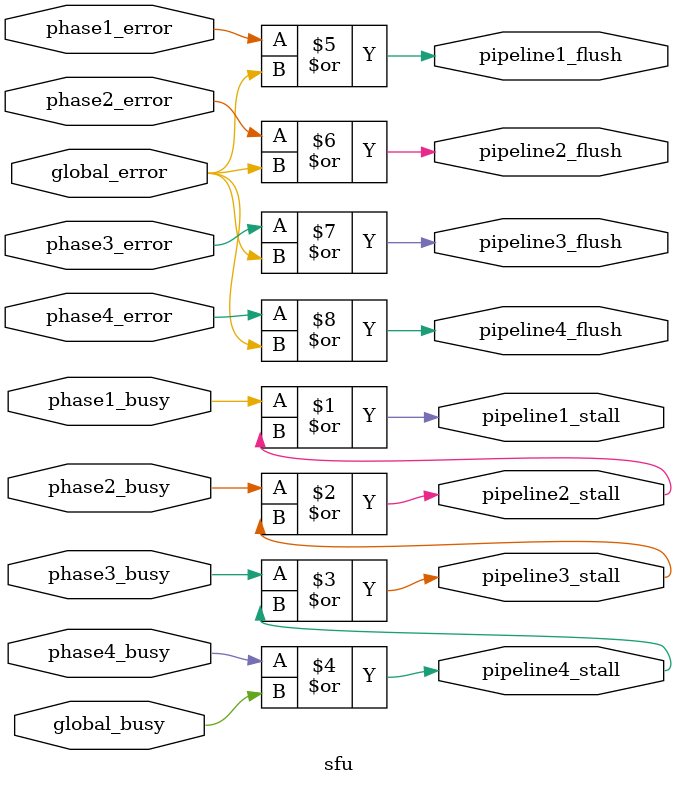
<source format=sv>

module sfu(
  input  wire phase1_busy,       input  wire phase1_error,
  input  wire phase2_busy,       input  wire phase2_error,
  input  wire phase3_busy,       input  wire phase3_error,
  input  wire phase4_busy,       input  wire phase4_error,
  input  wire global_busy,       input  wire global_error,
  output wire pipeline1_stall,   output wire pipeline1_flush,
  output wire pipeline2_stall,   output wire pipeline2_flush,
  output wire pipeline3_stall,   output wire pipeline3_flush,
  output wire pipeline4_stall,   output wire pipeline4_flush
);

  //NOTE: flush的源一定要能让stall的源也消失。否则，flush结束还是会stall住。
  //例如多周期乘法器正在stall，trap发生应该能令乘法器rst一下，清除它的stall。
  // phase x busy,  pipeline_(_ <= x) stall
  assign pipeline1_stall = phase1_busy  | pipeline2_stall;
  assign pipeline2_stall = phase2_busy  | pipeline3_stall;
  assign pipeline3_stall = phase3_busy  | pipeline4_stall;
  assign pipeline4_stall = phase4_busy  | global_busy;

  // phase x error, pipeline_(_ <= x) flush
  assign pipeline1_flush = phase1_error | global_error;
  assign pipeline2_flush = phase2_error | global_error;
  assign pipeline3_flush = phase3_error | global_error;
  assign pipeline4_flush = phase4_error | global_error;

endmodule

</source>
